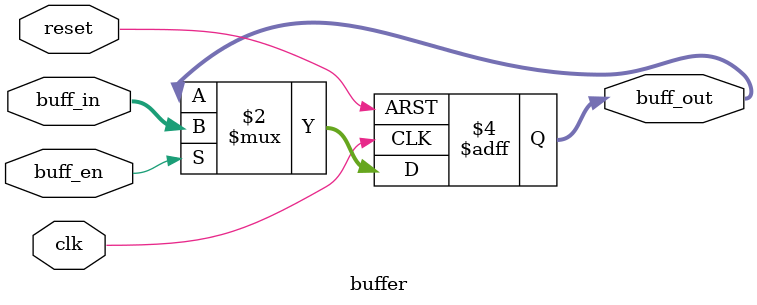
<source format=sv>
module buffer (
  input   logic         clk,         // Main Clock
  input   logic         reset,       // Synchronous Active High Reset (More Robust mapping on FPGA)
  input   logic  [127:0]  buff_in,     // Clear Accumulation 
  input   logic         buff_en,     // Clear Accumulation 
  output  logic  [127:0]  buff_out     // Input Data A
);

// == Variables Declaration ====================================================
// empty

// == Main Code ================================================================
always_ff @(posedge clk,posedge reset)
  if      (reset)         buff_out <= 127'h00;
  else if (buff_en)       buff_out <= buff_in;


endmodule

</source>
